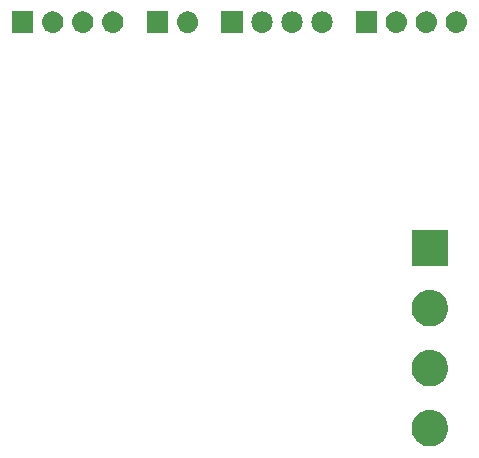
<source format=gbs>
G04 #@! TF.GenerationSoftware,KiCad,Pcbnew,5.0.2-bee76a0~70~ubuntu18.04.1*
G04 #@! TF.CreationDate,2020-07-21T15:58:49+05:30*
G04 #@! TF.ProjectId,switch_board_v1.1,73776974-6368-45f6-926f-6172645f7631,rev?*
G04 #@! TF.SameCoordinates,Original*
G04 #@! TF.FileFunction,Soldermask,Bot*
G04 #@! TF.FilePolarity,Negative*
%FSLAX46Y46*%
G04 Gerber Fmt 4.6, Leading zero omitted, Abs format (unit mm)*
G04 Created by KiCad (PCBNEW 5.0.2-bee76a0~70~ubuntu18.04.1) date Tue Jul 21 15:58:49 2020*
%MOMM*%
%LPD*%
G01*
G04 APERTURE LIST*
%ADD10C,0.100000*%
G04 APERTURE END LIST*
D10*
G36*
X127052527Y-99548736D02*
X127152410Y-99568604D01*
X127434674Y-99685521D01*
X127688705Y-99855259D01*
X127904741Y-100071295D01*
X128074479Y-100325326D01*
X128191396Y-100607590D01*
X128251000Y-100907240D01*
X128251000Y-101212760D01*
X128191396Y-101512410D01*
X128074479Y-101794674D01*
X127904741Y-102048705D01*
X127688705Y-102264741D01*
X127434674Y-102434479D01*
X127152410Y-102551396D01*
X127052527Y-102571264D01*
X126852762Y-102611000D01*
X126547238Y-102611000D01*
X126347473Y-102571264D01*
X126247590Y-102551396D01*
X125965326Y-102434479D01*
X125711295Y-102264741D01*
X125495259Y-102048705D01*
X125325521Y-101794674D01*
X125208604Y-101512410D01*
X125149000Y-101212760D01*
X125149000Y-100907240D01*
X125208604Y-100607590D01*
X125325521Y-100325326D01*
X125495259Y-100071295D01*
X125711295Y-99855259D01*
X125965326Y-99685521D01*
X126247590Y-99568604D01*
X126347473Y-99548736D01*
X126547238Y-99509000D01*
X126852762Y-99509000D01*
X127052527Y-99548736D01*
X127052527Y-99548736D01*
G37*
G36*
X127052527Y-94468736D02*
X127152410Y-94488604D01*
X127434674Y-94605521D01*
X127688705Y-94775259D01*
X127904741Y-94991295D01*
X128074479Y-95245326D01*
X128191396Y-95527590D01*
X128251000Y-95827240D01*
X128251000Y-96132760D01*
X128191396Y-96432410D01*
X128074479Y-96714674D01*
X127904741Y-96968705D01*
X127688705Y-97184741D01*
X127434674Y-97354479D01*
X127152410Y-97471396D01*
X127052527Y-97491264D01*
X126852762Y-97531000D01*
X126547238Y-97531000D01*
X126347473Y-97491264D01*
X126247590Y-97471396D01*
X125965326Y-97354479D01*
X125711295Y-97184741D01*
X125495259Y-96968705D01*
X125325521Y-96714674D01*
X125208604Y-96432410D01*
X125149000Y-96132760D01*
X125149000Y-95827240D01*
X125208604Y-95527590D01*
X125325521Y-95245326D01*
X125495259Y-94991295D01*
X125711295Y-94775259D01*
X125965326Y-94605521D01*
X126247590Y-94488604D01*
X126347473Y-94468736D01*
X126547238Y-94429000D01*
X126852762Y-94429000D01*
X127052527Y-94468736D01*
X127052527Y-94468736D01*
G37*
G36*
X127052527Y-89388736D02*
X127152410Y-89408604D01*
X127434674Y-89525521D01*
X127688705Y-89695259D01*
X127904741Y-89911295D01*
X128074479Y-90165326D01*
X128191396Y-90447590D01*
X128251000Y-90747240D01*
X128251000Y-91052760D01*
X128191396Y-91352410D01*
X128074479Y-91634674D01*
X127904741Y-91888705D01*
X127688705Y-92104741D01*
X127434674Y-92274479D01*
X127152410Y-92391396D01*
X127052527Y-92411264D01*
X126852762Y-92451000D01*
X126547238Y-92451000D01*
X126347473Y-92411264D01*
X126247590Y-92391396D01*
X125965326Y-92274479D01*
X125711295Y-92104741D01*
X125495259Y-91888705D01*
X125325521Y-91634674D01*
X125208604Y-91352410D01*
X125149000Y-91052760D01*
X125149000Y-90747240D01*
X125208604Y-90447590D01*
X125325521Y-90165326D01*
X125495259Y-89911295D01*
X125711295Y-89695259D01*
X125965326Y-89525521D01*
X126247590Y-89408604D01*
X126347473Y-89388736D01*
X126547238Y-89349000D01*
X126852762Y-89349000D01*
X127052527Y-89388736D01*
X127052527Y-89388736D01*
G37*
G36*
X128251000Y-87371000D02*
X125149000Y-87371000D01*
X125149000Y-84269000D01*
X128251000Y-84269000D01*
X128251000Y-87371000D01*
X128251000Y-87371000D01*
G37*
G36*
X110851000Y-67576000D02*
X109049000Y-67576000D01*
X109049000Y-65774000D01*
X110851000Y-65774000D01*
X110851000Y-67576000D01*
X110851000Y-67576000D01*
G37*
G36*
X112600443Y-65780519D02*
X112666627Y-65787037D01*
X112779853Y-65821384D01*
X112836467Y-65838557D01*
X112975087Y-65912652D01*
X112992991Y-65922222D01*
X113028729Y-65951552D01*
X113130186Y-66034814D01*
X113213448Y-66136271D01*
X113242778Y-66172009D01*
X113242779Y-66172011D01*
X113326443Y-66328533D01*
X113326443Y-66328534D01*
X113377963Y-66498373D01*
X113395359Y-66675000D01*
X113377963Y-66851627D01*
X113343616Y-66964853D01*
X113326443Y-67021467D01*
X113252348Y-67160087D01*
X113242778Y-67177991D01*
X113213448Y-67213729D01*
X113130186Y-67315186D01*
X113028729Y-67398448D01*
X112992991Y-67427778D01*
X112992989Y-67427779D01*
X112836467Y-67511443D01*
X112779853Y-67528616D01*
X112666627Y-67562963D01*
X112600443Y-67569481D01*
X112534260Y-67576000D01*
X112445740Y-67576000D01*
X112379557Y-67569481D01*
X112313373Y-67562963D01*
X112200147Y-67528616D01*
X112143533Y-67511443D01*
X111987011Y-67427779D01*
X111987009Y-67427778D01*
X111951271Y-67398448D01*
X111849814Y-67315186D01*
X111766552Y-67213729D01*
X111737222Y-67177991D01*
X111727652Y-67160087D01*
X111653557Y-67021467D01*
X111636384Y-66964853D01*
X111602037Y-66851627D01*
X111584641Y-66675000D01*
X111602037Y-66498373D01*
X111653557Y-66328534D01*
X111653557Y-66328533D01*
X111737221Y-66172011D01*
X111737222Y-66172009D01*
X111766552Y-66136271D01*
X111849814Y-66034814D01*
X111951271Y-65951552D01*
X111987009Y-65922222D01*
X112004913Y-65912652D01*
X112143533Y-65838557D01*
X112200147Y-65821384D01*
X112313373Y-65787037D01*
X112379557Y-65780519D01*
X112445740Y-65774000D01*
X112534260Y-65774000D01*
X112600443Y-65780519D01*
X112600443Y-65780519D01*
G37*
G36*
X117680443Y-65780519D02*
X117746627Y-65787037D01*
X117859853Y-65821384D01*
X117916467Y-65838557D01*
X118055087Y-65912652D01*
X118072991Y-65922222D01*
X118108729Y-65951552D01*
X118210186Y-66034814D01*
X118293448Y-66136271D01*
X118322778Y-66172009D01*
X118322779Y-66172011D01*
X118406443Y-66328533D01*
X118406443Y-66328534D01*
X118457963Y-66498373D01*
X118475359Y-66675000D01*
X118457963Y-66851627D01*
X118423616Y-66964853D01*
X118406443Y-67021467D01*
X118332348Y-67160087D01*
X118322778Y-67177991D01*
X118293448Y-67213729D01*
X118210186Y-67315186D01*
X118108729Y-67398448D01*
X118072991Y-67427778D01*
X118072989Y-67427779D01*
X117916467Y-67511443D01*
X117859853Y-67528616D01*
X117746627Y-67562963D01*
X117680443Y-67569481D01*
X117614260Y-67576000D01*
X117525740Y-67576000D01*
X117459557Y-67569481D01*
X117393373Y-67562963D01*
X117280147Y-67528616D01*
X117223533Y-67511443D01*
X117067011Y-67427779D01*
X117067009Y-67427778D01*
X117031271Y-67398448D01*
X116929814Y-67315186D01*
X116846552Y-67213729D01*
X116817222Y-67177991D01*
X116807652Y-67160087D01*
X116733557Y-67021467D01*
X116716384Y-66964853D01*
X116682037Y-66851627D01*
X116664641Y-66675000D01*
X116682037Y-66498373D01*
X116733557Y-66328534D01*
X116733557Y-66328533D01*
X116817221Y-66172011D01*
X116817222Y-66172009D01*
X116846552Y-66136271D01*
X116929814Y-66034814D01*
X117031271Y-65951552D01*
X117067009Y-65922222D01*
X117084913Y-65912652D01*
X117223533Y-65838557D01*
X117280147Y-65821384D01*
X117393373Y-65787037D01*
X117459557Y-65780519D01*
X117525740Y-65774000D01*
X117614260Y-65774000D01*
X117680443Y-65780519D01*
X117680443Y-65780519D01*
G37*
G36*
X104551000Y-67576000D02*
X102749000Y-67576000D01*
X102749000Y-65774000D01*
X104551000Y-65774000D01*
X104551000Y-67576000D01*
X104551000Y-67576000D01*
G37*
G36*
X106300443Y-65780519D02*
X106366627Y-65787037D01*
X106479853Y-65821384D01*
X106536467Y-65838557D01*
X106675087Y-65912652D01*
X106692991Y-65922222D01*
X106728729Y-65951552D01*
X106830186Y-66034814D01*
X106913448Y-66136271D01*
X106942778Y-66172009D01*
X106942779Y-66172011D01*
X107026443Y-66328533D01*
X107026443Y-66328534D01*
X107077963Y-66498373D01*
X107095359Y-66675000D01*
X107077963Y-66851627D01*
X107043616Y-66964853D01*
X107026443Y-67021467D01*
X106952348Y-67160087D01*
X106942778Y-67177991D01*
X106913448Y-67213729D01*
X106830186Y-67315186D01*
X106728729Y-67398448D01*
X106692991Y-67427778D01*
X106692989Y-67427779D01*
X106536467Y-67511443D01*
X106479853Y-67528616D01*
X106366627Y-67562963D01*
X106300443Y-67569481D01*
X106234260Y-67576000D01*
X106145740Y-67576000D01*
X106079557Y-67569481D01*
X106013373Y-67562963D01*
X105900147Y-67528616D01*
X105843533Y-67511443D01*
X105687011Y-67427779D01*
X105687009Y-67427778D01*
X105651271Y-67398448D01*
X105549814Y-67315186D01*
X105466552Y-67213729D01*
X105437222Y-67177991D01*
X105427652Y-67160087D01*
X105353557Y-67021467D01*
X105336384Y-66964853D01*
X105302037Y-66851627D01*
X105284641Y-66675000D01*
X105302037Y-66498373D01*
X105353557Y-66328534D01*
X105353557Y-66328533D01*
X105437221Y-66172011D01*
X105437222Y-66172009D01*
X105466552Y-66136271D01*
X105549814Y-66034814D01*
X105651271Y-65951552D01*
X105687009Y-65922222D01*
X105704913Y-65912652D01*
X105843533Y-65838557D01*
X105900147Y-65821384D01*
X106013373Y-65787037D01*
X106079557Y-65780519D01*
X106145740Y-65774000D01*
X106234260Y-65774000D01*
X106300443Y-65780519D01*
X106300443Y-65780519D01*
G37*
G36*
X99955443Y-65780519D02*
X100021627Y-65787037D01*
X100134853Y-65821384D01*
X100191467Y-65838557D01*
X100330087Y-65912652D01*
X100347991Y-65922222D01*
X100383729Y-65951552D01*
X100485186Y-66034814D01*
X100568448Y-66136271D01*
X100597778Y-66172009D01*
X100597779Y-66172011D01*
X100681443Y-66328533D01*
X100681443Y-66328534D01*
X100732963Y-66498373D01*
X100750359Y-66675000D01*
X100732963Y-66851627D01*
X100698616Y-66964853D01*
X100681443Y-67021467D01*
X100607348Y-67160087D01*
X100597778Y-67177991D01*
X100568448Y-67213729D01*
X100485186Y-67315186D01*
X100383729Y-67398448D01*
X100347991Y-67427778D01*
X100347989Y-67427779D01*
X100191467Y-67511443D01*
X100134853Y-67528616D01*
X100021627Y-67562963D01*
X99955443Y-67569481D01*
X99889260Y-67576000D01*
X99800740Y-67576000D01*
X99734557Y-67569481D01*
X99668373Y-67562963D01*
X99555147Y-67528616D01*
X99498533Y-67511443D01*
X99342011Y-67427779D01*
X99342009Y-67427778D01*
X99306271Y-67398448D01*
X99204814Y-67315186D01*
X99121552Y-67213729D01*
X99092222Y-67177991D01*
X99082652Y-67160087D01*
X99008557Y-67021467D01*
X98991384Y-66964853D01*
X98957037Y-66851627D01*
X98939641Y-66675000D01*
X98957037Y-66498373D01*
X99008557Y-66328534D01*
X99008557Y-66328533D01*
X99092221Y-66172011D01*
X99092222Y-66172009D01*
X99121552Y-66136271D01*
X99204814Y-66034814D01*
X99306271Y-65951552D01*
X99342009Y-65922222D01*
X99359913Y-65912652D01*
X99498533Y-65838557D01*
X99555147Y-65821384D01*
X99668373Y-65787037D01*
X99734557Y-65780519D01*
X99800740Y-65774000D01*
X99889260Y-65774000D01*
X99955443Y-65780519D01*
X99955443Y-65780519D01*
G37*
G36*
X97415443Y-65780519D02*
X97481627Y-65787037D01*
X97594853Y-65821384D01*
X97651467Y-65838557D01*
X97790087Y-65912652D01*
X97807991Y-65922222D01*
X97843729Y-65951552D01*
X97945186Y-66034814D01*
X98028448Y-66136271D01*
X98057778Y-66172009D01*
X98057779Y-66172011D01*
X98141443Y-66328533D01*
X98141443Y-66328534D01*
X98192963Y-66498373D01*
X98210359Y-66675000D01*
X98192963Y-66851627D01*
X98158616Y-66964853D01*
X98141443Y-67021467D01*
X98067348Y-67160087D01*
X98057778Y-67177991D01*
X98028448Y-67213729D01*
X97945186Y-67315186D01*
X97843729Y-67398448D01*
X97807991Y-67427778D01*
X97807989Y-67427779D01*
X97651467Y-67511443D01*
X97594853Y-67528616D01*
X97481627Y-67562963D01*
X97415443Y-67569481D01*
X97349260Y-67576000D01*
X97260740Y-67576000D01*
X97194557Y-67569481D01*
X97128373Y-67562963D01*
X97015147Y-67528616D01*
X96958533Y-67511443D01*
X96802011Y-67427779D01*
X96802009Y-67427778D01*
X96766271Y-67398448D01*
X96664814Y-67315186D01*
X96581552Y-67213729D01*
X96552222Y-67177991D01*
X96542652Y-67160087D01*
X96468557Y-67021467D01*
X96451384Y-66964853D01*
X96417037Y-66851627D01*
X96399641Y-66675000D01*
X96417037Y-66498373D01*
X96468557Y-66328534D01*
X96468557Y-66328533D01*
X96552221Y-66172011D01*
X96552222Y-66172009D01*
X96581552Y-66136271D01*
X96664814Y-66034814D01*
X96766271Y-65951552D01*
X96802009Y-65922222D01*
X96819913Y-65912652D01*
X96958533Y-65838557D01*
X97015147Y-65821384D01*
X97128373Y-65787037D01*
X97194557Y-65780519D01*
X97260740Y-65774000D01*
X97349260Y-65774000D01*
X97415443Y-65780519D01*
X97415443Y-65780519D01*
G37*
G36*
X94875443Y-65780519D02*
X94941627Y-65787037D01*
X95054853Y-65821384D01*
X95111467Y-65838557D01*
X95250087Y-65912652D01*
X95267991Y-65922222D01*
X95303729Y-65951552D01*
X95405186Y-66034814D01*
X95488448Y-66136271D01*
X95517778Y-66172009D01*
X95517779Y-66172011D01*
X95601443Y-66328533D01*
X95601443Y-66328534D01*
X95652963Y-66498373D01*
X95670359Y-66675000D01*
X95652963Y-66851627D01*
X95618616Y-66964853D01*
X95601443Y-67021467D01*
X95527348Y-67160087D01*
X95517778Y-67177991D01*
X95488448Y-67213729D01*
X95405186Y-67315186D01*
X95303729Y-67398448D01*
X95267991Y-67427778D01*
X95267989Y-67427779D01*
X95111467Y-67511443D01*
X95054853Y-67528616D01*
X94941627Y-67562963D01*
X94875443Y-67569481D01*
X94809260Y-67576000D01*
X94720740Y-67576000D01*
X94654557Y-67569481D01*
X94588373Y-67562963D01*
X94475147Y-67528616D01*
X94418533Y-67511443D01*
X94262011Y-67427779D01*
X94262009Y-67427778D01*
X94226271Y-67398448D01*
X94124814Y-67315186D01*
X94041552Y-67213729D01*
X94012222Y-67177991D01*
X94002652Y-67160087D01*
X93928557Y-67021467D01*
X93911384Y-66964853D01*
X93877037Y-66851627D01*
X93859641Y-66675000D01*
X93877037Y-66498373D01*
X93928557Y-66328534D01*
X93928557Y-66328533D01*
X94012221Y-66172011D01*
X94012222Y-66172009D01*
X94041552Y-66136271D01*
X94124814Y-66034814D01*
X94226271Y-65951552D01*
X94262009Y-65922222D01*
X94279913Y-65912652D01*
X94418533Y-65838557D01*
X94475147Y-65821384D01*
X94588373Y-65787037D01*
X94654557Y-65780519D01*
X94720740Y-65774000D01*
X94809260Y-65774000D01*
X94875443Y-65780519D01*
X94875443Y-65780519D01*
G37*
G36*
X93126000Y-67576000D02*
X91324000Y-67576000D01*
X91324000Y-65774000D01*
X93126000Y-65774000D01*
X93126000Y-67576000D01*
X93126000Y-67576000D01*
G37*
G36*
X129055443Y-65780519D02*
X129121627Y-65787037D01*
X129234853Y-65821384D01*
X129291467Y-65838557D01*
X129430087Y-65912652D01*
X129447991Y-65922222D01*
X129483729Y-65951552D01*
X129585186Y-66034814D01*
X129668448Y-66136271D01*
X129697778Y-66172009D01*
X129697779Y-66172011D01*
X129781443Y-66328533D01*
X129781443Y-66328534D01*
X129832963Y-66498373D01*
X129850359Y-66675000D01*
X129832963Y-66851627D01*
X129798616Y-66964853D01*
X129781443Y-67021467D01*
X129707348Y-67160087D01*
X129697778Y-67177991D01*
X129668448Y-67213729D01*
X129585186Y-67315186D01*
X129483729Y-67398448D01*
X129447991Y-67427778D01*
X129447989Y-67427779D01*
X129291467Y-67511443D01*
X129234853Y-67528616D01*
X129121627Y-67562963D01*
X129055443Y-67569481D01*
X128989260Y-67576000D01*
X128900740Y-67576000D01*
X128834557Y-67569481D01*
X128768373Y-67562963D01*
X128655147Y-67528616D01*
X128598533Y-67511443D01*
X128442011Y-67427779D01*
X128442009Y-67427778D01*
X128406271Y-67398448D01*
X128304814Y-67315186D01*
X128221552Y-67213729D01*
X128192222Y-67177991D01*
X128182652Y-67160087D01*
X128108557Y-67021467D01*
X128091384Y-66964853D01*
X128057037Y-66851627D01*
X128039641Y-66675000D01*
X128057037Y-66498373D01*
X128108557Y-66328534D01*
X128108557Y-66328533D01*
X128192221Y-66172011D01*
X128192222Y-66172009D01*
X128221552Y-66136271D01*
X128304814Y-66034814D01*
X128406271Y-65951552D01*
X128442009Y-65922222D01*
X128459913Y-65912652D01*
X128598533Y-65838557D01*
X128655147Y-65821384D01*
X128768373Y-65787037D01*
X128834557Y-65780519D01*
X128900740Y-65774000D01*
X128989260Y-65774000D01*
X129055443Y-65780519D01*
X129055443Y-65780519D01*
G37*
G36*
X126515443Y-65780519D02*
X126581627Y-65787037D01*
X126694853Y-65821384D01*
X126751467Y-65838557D01*
X126890087Y-65912652D01*
X126907991Y-65922222D01*
X126943729Y-65951552D01*
X127045186Y-66034814D01*
X127128448Y-66136271D01*
X127157778Y-66172009D01*
X127157779Y-66172011D01*
X127241443Y-66328533D01*
X127241443Y-66328534D01*
X127292963Y-66498373D01*
X127310359Y-66675000D01*
X127292963Y-66851627D01*
X127258616Y-66964853D01*
X127241443Y-67021467D01*
X127167348Y-67160087D01*
X127157778Y-67177991D01*
X127128448Y-67213729D01*
X127045186Y-67315186D01*
X126943729Y-67398448D01*
X126907991Y-67427778D01*
X126907989Y-67427779D01*
X126751467Y-67511443D01*
X126694853Y-67528616D01*
X126581627Y-67562963D01*
X126515443Y-67569481D01*
X126449260Y-67576000D01*
X126360740Y-67576000D01*
X126294557Y-67569481D01*
X126228373Y-67562963D01*
X126115147Y-67528616D01*
X126058533Y-67511443D01*
X125902011Y-67427779D01*
X125902009Y-67427778D01*
X125866271Y-67398448D01*
X125764814Y-67315186D01*
X125681552Y-67213729D01*
X125652222Y-67177991D01*
X125642652Y-67160087D01*
X125568557Y-67021467D01*
X125551384Y-66964853D01*
X125517037Y-66851627D01*
X125499641Y-66675000D01*
X125517037Y-66498373D01*
X125568557Y-66328534D01*
X125568557Y-66328533D01*
X125652221Y-66172011D01*
X125652222Y-66172009D01*
X125681552Y-66136271D01*
X125764814Y-66034814D01*
X125866271Y-65951552D01*
X125902009Y-65922222D01*
X125919913Y-65912652D01*
X126058533Y-65838557D01*
X126115147Y-65821384D01*
X126228373Y-65787037D01*
X126294557Y-65780519D01*
X126360740Y-65774000D01*
X126449260Y-65774000D01*
X126515443Y-65780519D01*
X126515443Y-65780519D01*
G37*
G36*
X123975443Y-65780519D02*
X124041627Y-65787037D01*
X124154853Y-65821384D01*
X124211467Y-65838557D01*
X124350087Y-65912652D01*
X124367991Y-65922222D01*
X124403729Y-65951552D01*
X124505186Y-66034814D01*
X124588448Y-66136271D01*
X124617778Y-66172009D01*
X124617779Y-66172011D01*
X124701443Y-66328533D01*
X124701443Y-66328534D01*
X124752963Y-66498373D01*
X124770359Y-66675000D01*
X124752963Y-66851627D01*
X124718616Y-66964853D01*
X124701443Y-67021467D01*
X124627348Y-67160087D01*
X124617778Y-67177991D01*
X124588448Y-67213729D01*
X124505186Y-67315186D01*
X124403729Y-67398448D01*
X124367991Y-67427778D01*
X124367989Y-67427779D01*
X124211467Y-67511443D01*
X124154853Y-67528616D01*
X124041627Y-67562963D01*
X123975443Y-67569481D01*
X123909260Y-67576000D01*
X123820740Y-67576000D01*
X123754557Y-67569481D01*
X123688373Y-67562963D01*
X123575147Y-67528616D01*
X123518533Y-67511443D01*
X123362011Y-67427779D01*
X123362009Y-67427778D01*
X123326271Y-67398448D01*
X123224814Y-67315186D01*
X123141552Y-67213729D01*
X123112222Y-67177991D01*
X123102652Y-67160087D01*
X123028557Y-67021467D01*
X123011384Y-66964853D01*
X122977037Y-66851627D01*
X122959641Y-66675000D01*
X122977037Y-66498373D01*
X123028557Y-66328534D01*
X123028557Y-66328533D01*
X123112221Y-66172011D01*
X123112222Y-66172009D01*
X123141552Y-66136271D01*
X123224814Y-66034814D01*
X123326271Y-65951552D01*
X123362009Y-65922222D01*
X123379913Y-65912652D01*
X123518533Y-65838557D01*
X123575147Y-65821384D01*
X123688373Y-65787037D01*
X123754557Y-65780519D01*
X123820740Y-65774000D01*
X123909260Y-65774000D01*
X123975443Y-65780519D01*
X123975443Y-65780519D01*
G37*
G36*
X122226000Y-67576000D02*
X120424000Y-67576000D01*
X120424000Y-65774000D01*
X122226000Y-65774000D01*
X122226000Y-67576000D01*
X122226000Y-67576000D01*
G37*
G36*
X115140443Y-65780519D02*
X115206627Y-65787037D01*
X115319853Y-65821384D01*
X115376467Y-65838557D01*
X115515087Y-65912652D01*
X115532991Y-65922222D01*
X115568729Y-65951552D01*
X115670186Y-66034814D01*
X115753448Y-66136271D01*
X115782778Y-66172009D01*
X115782779Y-66172011D01*
X115866443Y-66328533D01*
X115866443Y-66328534D01*
X115917963Y-66498373D01*
X115935359Y-66675000D01*
X115917963Y-66851627D01*
X115883616Y-66964853D01*
X115866443Y-67021467D01*
X115792348Y-67160087D01*
X115782778Y-67177991D01*
X115753448Y-67213729D01*
X115670186Y-67315186D01*
X115568729Y-67398448D01*
X115532991Y-67427778D01*
X115532989Y-67427779D01*
X115376467Y-67511443D01*
X115319853Y-67528616D01*
X115206627Y-67562963D01*
X115140443Y-67569481D01*
X115074260Y-67576000D01*
X114985740Y-67576000D01*
X114919557Y-67569481D01*
X114853373Y-67562963D01*
X114740147Y-67528616D01*
X114683533Y-67511443D01*
X114527011Y-67427779D01*
X114527009Y-67427778D01*
X114491271Y-67398448D01*
X114389814Y-67315186D01*
X114306552Y-67213729D01*
X114277222Y-67177991D01*
X114267652Y-67160087D01*
X114193557Y-67021467D01*
X114176384Y-66964853D01*
X114142037Y-66851627D01*
X114124641Y-66675000D01*
X114142037Y-66498373D01*
X114193557Y-66328534D01*
X114193557Y-66328533D01*
X114277221Y-66172011D01*
X114277222Y-66172009D01*
X114306552Y-66136271D01*
X114389814Y-66034814D01*
X114491271Y-65951552D01*
X114527009Y-65922222D01*
X114544913Y-65912652D01*
X114683533Y-65838557D01*
X114740147Y-65821384D01*
X114853373Y-65787037D01*
X114919557Y-65780519D01*
X114985740Y-65774000D01*
X115074260Y-65774000D01*
X115140443Y-65780519D01*
X115140443Y-65780519D01*
G37*
M02*

</source>
